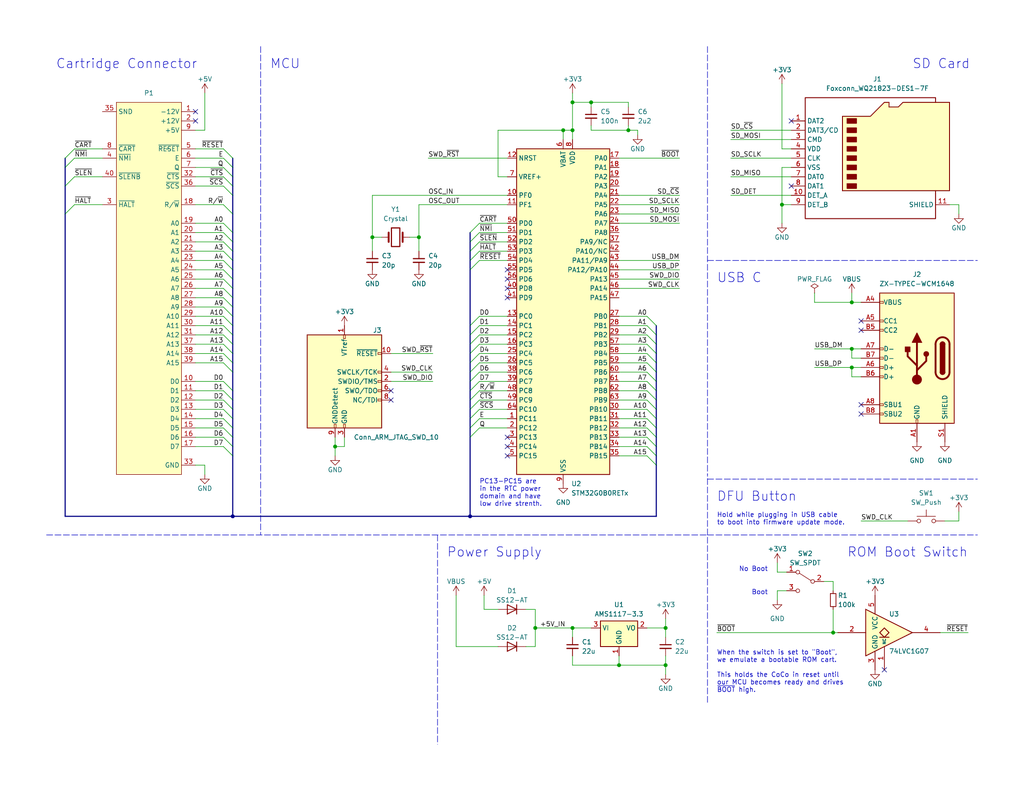
<source format=kicad_sch>
(kicad_sch (version 20230121) (generator eeschema)
  (paper "USLetter")
  (title_block (title "TRS-80 CoCo2 Cart Emulator") (date "2023-11-24") (rev "v0.1") (company "© 2023 Sam Hanes, licensed under CERN-OHL-W v2") (comment 1 "https://github.com/Elemecca/coco-wedge"))
  (lib_symbols
    (symbol "0Local:CoCo_Cart" (in_bom no)
      (property "Reference" "P" (at 0 39.37 0))
      (symbol "CoCo_Cart_1_1"
        (pin power_out line (at 12.7 35.56 180) (length 3.81) (name "-12V") (number "1"))
        (pin tri_state line (at 12.7 -38.1 180) (length 3.81) (name "D0") (number "10"))
        (pin tri_state line (at 12.7 -40.64 180) (length 3.81) (name "D1") (number "11"))
        (pin tri_state line (at 12.7 -43.18 180) (length 3.81) (name "D2") (number "12"))
        (pin tri_state line (at 12.7 -45.72 180) (length 3.81) (name "D3") (number "13"))
        (pin tri_state line (at 12.7 -48.26 180) (length 3.81) (name "D4") (number "14"))
        (pin tri_state line (at 12.7 -50.8 180) (length 3.81) (name "D5") (number "15"))
        (pin tri_state line (at 12.7 -53.34 180) (length 3.81) (name "D6") (number "16"))
        (pin tri_state line (at 12.7 -55.88 180) (length 3.81) (name "D7") (number "17"))
        (pin tri_state line (at 12.7 10.16 180) (length 3.81) (name "R/~{W}") (number "18"))
        (pin tri_state line (at 12.7 5.08 180) (length 3.81) (name "A0") (number "19"))
        (pin power_out line (at 12.7 33.02 180) (length 3.81) (name "+12V") (number "2"))
        (pin tri_state line (at 12.7 2.54 180) (length 3.81) (name "A1") (number "20"))
        (pin tri_state line (at 12.7 0 180) (length 3.81) (name "A2") (number "21"))
        (pin tri_state line (at 12.7 -2.54 180) (length 3.81) (name "A3") (number "22"))
        (pin tri_state line (at 12.7 -5.08 180) (length 3.81) (name "A4") (number "23"))
        (pin tri_state line (at 12.7 -7.62 180) (length 3.81) (name "A5") (number "24"))
        (pin tri_state line (at 12.7 -10.16 180) (length 3.81) (name "A6") (number "25"))
        (pin tri_state line (at 12.7 -12.7 180) (length 3.81) (name "A7") (number "26"))
        (pin tri_state line (at 12.7 -15.24 180) (length 3.81) (name "A8") (number "27"))
        (pin tri_state line (at 12.7 -17.78 180) (length 3.81) (name "A9") (number "28"))
        (pin tri_state line (at 12.7 -20.32 180) (length 3.81) (name "A10") (number "29"))
        (pin input line (at -12.7 10.16 0) (length 3.81) (name "~{HALT}") (number "3"))
        (pin tri_state line (at 12.7 -22.86 180) (length 3.81) (name "A11") (number "30"))
        (pin tri_state line (at 12.7 -25.4 180) (length 3.81) (name "A12") (number "31"))
        (pin output line (at 12.7 17.78 180) (length 3.81) (name "~{CTS}") (number "32"))
        (pin power_out line (at 12.7 -60.96 180) (length 3.81) (name "GND") (number "33"))
        (pin passive line (at 12.7 -60.96 180) (length 3.81) hide (name "GND") (number "34"))
        (pin input line (at -12.7 35.56 0) (length 3.81) (name "SND") (number "35"))
        (pin output line (at 12.7 15.24 180) (length 3.81) (name "~{SCS}") (number "36"))
        (pin tri_state line (at 12.7 -27.94 180) (length 3.81) (name "A13") (number "37"))
        (pin tri_state line (at 12.7 -30.48 180) (length 3.81) (name "A14") (number "38"))
        (pin tri_state line (at 12.7 -33.02 180) (length 3.81) (name "A15") (number "39"))
        (pin input line (at -12.7 22.86 0) (length 3.81) (name "~{NMI}") (number "4"))
        (pin input line (at -12.7 17.78 0) (length 3.81) (name "~{SLENB}") (number "40"))
        (pin bidirectional line (at 12.7 25.4 180) (length 3.81) (name "~{RESET}") (number "5"))
        (pin output line (at 12.7 22.86 180) (length 3.81) (name "E") (number "6"))
        (pin output line (at 12.7 20.32 180) (length 3.81) (name "Q") (number "7"))
        (pin input line (at -12.7 25.4 0) (length 3.81) (name "~{CART}") (number "8"))
        (pin power_out line (at 12.7 30.48 180) (length 3.81) (name "+5V") (number "9"))
      )
    )
    (symbol "74xGxx:74LVC1G07"
      (property "Reference" "U" (at 0 7.62 0))
      (property "Value" "74LVC1G07" (at 3.81 -7.62 0))
      (symbol "74LVC1G07_1_1"
        (pin free line (at -2.54 -10.16 90) (length 6.35) (name "NC") (number "1"))
        (pin input line (at -15.24 0 0) (length 7.62) (name "~") (number "2"))
        (pin power_in line (at -5.08 -10.16 90) (length 5.08) (name "GND") (number "3"))
        (pin open_collector line (at 12.7 0 180) (length 7.62) (name "~") (number "4"))
        (pin power_in line (at -5.08 10.16 270) (length 5.08) (name "VCC") (number "5"))
      )
    )
    (symbol "Connector:Conn_ARM_JTAG_SWD_10" (pin_names (offset 1.016))
      (property "Reference" "J" (at -2.54 16.51 0))
      (property "Value" "Conn_ARM_JTAG_SWD_10" (at -2.54 13.97 0))
      (symbol "Conn_ARM_JTAG_SWD_10_1_1"
        (pin power_in line (at 0 15.24 270) (length 2.54) (name "VTref") (number "1"))
        (pin open_collector line (at 12.7 7.62 180) (length 2.54) (name "~{RESET}") (number "10"))
        (pin bidirectional line (at 12.7 0 180) (length 2.54) (name "SWDIO/TMS") (number "2"))
        (pin power_in line (at 0 -15.24 90) (length 2.54) (name "GND") (number "3"))
        (pin output line (at 12.7 2.54 180) (length 2.54) (name "SWCLK/TCK") (number "4"))
        (pin passive line (at 0 -15.24 90) (length 2.54) hide (name "GND") (number "5"))
        (pin input line (at 12.7 -2.54 180) (length 2.54) (name "SWO/TDO") (number "6"))
        (pin no_connect line (at -10.16 0 0) (length 2.54) hide (name "KEY") (number "7"))
        (pin output line (at 12.7 -5.08 180) (length 2.54) (name "NC/TDI") (number "8"))
        (pin passive line (at -2.54 -15.24 90) (length 2.54) (name "GNDDetect") (number "9"))
      )
    )
    (symbol "Connector:Micro_SD_Card_Det2"
      (property "Reference" "J" (at -16.51 17.78 0))
      (property "Value" "Micro_SD_Card_Det2" (at 16.51 17.78 0))
      (symbol "Micro_SD_Card_Det2_1_1"
        (pin bidirectional line (at -22.86 10.16 0) (length 3.81) (name "DAT2") (number "1"))
        (pin passive line (at -22.86 -10.16 0) (length 3.81) (name "DET_A") (number "10"))
        (pin passive line (at 20.32 -12.7 180) (length 3.81) (name "SHIELD") (number "11"))
        (pin bidirectional line (at -22.86 7.62 0) (length 3.81) (name "DAT3/CD") (number "2"))
        (pin input line (at -22.86 5.08 0) (length 3.81) (name "CMD") (number "3"))
        (pin power_in line (at -22.86 2.54 0) (length 3.81) (name "VDD") (number "4"))
        (pin input line (at -22.86 0 0) (length 3.81) (name "CLK") (number "5"))
        (pin power_in line (at -22.86 -2.54 0) (length 3.81) (name "VSS") (number "6"))
        (pin bidirectional line (at -22.86 -5.08 0) (length 3.81) (name "DAT0") (number "7"))
        (pin bidirectional line (at -22.86 -7.62 0) (length 3.81) (name "DAT1") (number "8"))
        (pin passive line (at -22.86 -12.7 0) (length 3.81) (name "DET_B") (number "9"))
      )
    )
    (symbol "Connector:USB_C_Receptacle_USB2.0" (pin_names (offset 1.016))
      (property "Reference" "J" (at -10.16 19.05 0))
      (property "Value" "USB_C_Receptacle_USB2.0" (at 19.05 19.05 0))
      (symbol "USB_C_Receptacle_USB2.0_1_1"
        (pin passive line (at 0 -22.86 90) (length 5.08) (name "GND") (number "A1"))
        (pin passive line (at 0 -22.86 90) (length 5.08) hide (name "GND") (number "A12"))
        (pin passive line (at 15.24 15.24 180) (length 5.08) (name "VBUS") (number "A4"))
        (pin bidirectional line (at 15.24 10.16 180) (length 5.08) (name "CC1") (number "A5"))
        (pin bidirectional line (at 15.24 -2.54 180) (length 5.08) (name "D+") (number "A6"))
        (pin bidirectional line (at 15.24 2.54 180) (length 5.08) (name "D-") (number "A7"))
        (pin bidirectional line (at 15.24 -12.7 180) (length 5.08) (name "SBU1") (number "A8"))
        (pin passive line (at 15.24 15.24 180) (length 5.08) hide (name "VBUS") (number "A9"))
        (pin passive line (at 0 -22.86 90) (length 5.08) hide (name "GND") (number "B1"))
        (pin passive line (at 0 -22.86 90) (length 5.08) hide (name "GND") (number "B12"))
        (pin passive line (at 15.24 15.24 180) (length 5.08) hide (name "VBUS") (number "B4"))
        (pin bidirectional line (at 15.24 7.62 180) (length 5.08) (name "CC2") (number "B5"))
        (pin bidirectional line (at 15.24 -5.08 180) (length 5.08) (name "D+") (number "B6"))
        (pin bidirectional line (at 15.24 0 180) (length 5.08) (name "D-") (number "B7"))
        (pin bidirectional line (at 15.24 -15.24 180) (length 5.08) (name "SBU2") (number "B8"))
        (pin passive line (at 15.24 15.24 180) (length 5.08) hide (name "VBUS") (number "B9"))
        (pin passive line (at -7.62 -22.86 90) (length 5.08) (name "SHIELD") (number "S1"))
      )
    )
    (symbol "Device:C_Small" (pin_numbers hide) (pin_names (offset 0.254) hide)
      (property "Reference" "C" (at 0.254 1.778 0))
      (property "Value" "C_Small" (at 0.254 -2.032 0))
      (symbol "C_Small_1_1"
        (pin passive line (at 0 2.54 270) (length 2.032) (name "~") (number "1"))
        (pin passive line (at 0 -2.54 90) (length 2.032) (name "~") (number "2"))
      )
    )
    (symbol "Device:Crystal" (pin_numbers hide) (pin_names (offset 1.016) hide)
      (property "Reference" "Y" (at 0 3.81 0))
      (property "Value" "Crystal" (at 0 -3.81 0))
      (symbol "Crystal_1_1"
        (pin passive line (at -3.81 0 0) (length 1.27) (name "1") (number "1"))
        (pin passive line (at 3.81 0 180) (length 1.27) (name "2") (number "2"))
      )
    )
    (symbol "Device:D" (pin_numbers hide) (pin_names (offset 1.016) hide)
      (property "Reference" "D" (at 0 2.54 0))
      (property "Value" "D" (at 0 -2.54 0))
      (symbol "D_1_1"
        (pin passive line (at -3.81 0 0) (length 2.54) (name "K") (number "1"))
        (pin passive line (at 3.81 0 180) (length 2.54) (name "A") (number "2"))
      )
    )
    (symbol "Device:R_Small" (pin_numbers hide) (pin_names (offset 0.254) hide)
      (property "Reference" "R" (at 0.762 0.508 0))
      (property "Value" "R_Small" (at 0.762 -1.016 0))
      (symbol "R_Small_1_1"
        (pin passive line (at 0 2.54 270) (length 0.762) (name "~") (number "1"))
        (pin passive line (at 0 -2.54 90) (length 0.762) (name "~") (number "2"))
      )
    )
    (symbol "MCU_ST_STM32G0:STM32G0B0RETx"
      (property "Reference" "U" (at -12.7 46.99 0))
      (property "Value" "STM32G0B0RETx" (at 5.08 46.99 0))
      (symbol "STM32G0B0RETx_1_1"
        (pin bidirectional line (at -15.24 -27.94 0) (length 2.54) (name "PC11") (number "1"))
        (pin bidirectional line (at -15.24 33.02 0) (length 2.54) (name "PF0") (number "10"))
        (pin bidirectional line (at -15.24 30.48 0) (length 2.54) (name "PF1") (number "11"))
        (pin input line (at -15.24 43.18 0) (length 2.54) (name "NRST") (number "12"))
        (pin bidirectional line (at -15.24 0 0) (length 2.54) (name "PC0") (number "13"))
        (pin bidirectional line (at -15.24 -2.54 0) (length 2.54) (name "PC1") (number "14"))
        (pin bidirectional line (at -15.24 -5.08 0) (length 2.54) (name "PC2") (number "15"))
        (pin bidirectional line (at -15.24 -7.62 0) (length 2.54) (name "PC3") (number "16"))
        (pin bidirectional line (at 15.24 43.18 180) (length 2.54) (name "PA0") (number "17"))
        (pin bidirectional line (at 15.24 40.64 180) (length 2.54) (name "PA1") (number "18"))
        (pin bidirectional line (at 15.24 38.1 180) (length 2.54) (name "PA2") (number "19"))
        (pin bidirectional line (at -15.24 -30.48 0) (length 2.54) (name "PC12") (number "2"))
        (pin bidirectional line (at 15.24 35.56 180) (length 2.54) (name "PA3") (number "20"))
        (pin bidirectional line (at 15.24 33.02 180) (length 2.54) (name "PA4") (number "21"))
        (pin bidirectional line (at 15.24 30.48 180) (length 2.54) (name "PA5") (number "22"))
        (pin bidirectional line (at 15.24 27.94 180) (length 2.54) (name "PA6") (number "23"))
        (pin bidirectional line (at 15.24 25.4 180) (length 2.54) (name "PA7") (number "24"))
        (pin bidirectional line (at -15.24 -10.16 0) (length 2.54) (name "PC4") (number "25"))
        (pin bidirectional line (at -15.24 -12.7 0) (length 2.54) (name "PC5") (number "26"))
        (pin bidirectional line (at 15.24 0 180) (length 2.54) (name "PB0") (number "27"))
        (pin bidirectional line (at 15.24 -2.54 180) (length 2.54) (name "PB1") (number "28"))
        (pin bidirectional line (at 15.24 -5.08 180) (length 2.54) (name "PB2") (number "29"))
        (pin bidirectional line (at -15.24 -33.02 0) (length 2.54) (name "PC13") (number "3"))
        (pin bidirectional line (at 15.24 -25.4 180) (length 2.54) (name "PB10") (number "30"))
        (pin bidirectional line (at 15.24 -27.94 180) (length 2.54) (name "PB11") (number "31"))
        (pin bidirectional line (at 15.24 -30.48 180) (length 2.54) (name "PB12") (number "32"))
        (pin bidirectional line (at 15.24 -33.02 180) (length 2.54) (name "PB13") (number "33"))
        (pin bidirectional line (at 15.24 -35.56 180) (length 2.54) (name "PB14") (number "34"))
        (pin bidirectional line (at 15.24 -38.1 180) (length 2.54) (name "PB15") (number "35"))
        (pin bidirectional line (at 15.24 22.86 180) (length 2.54) (name "PA8") (number "36"))
        (pin bidirectional line (at 15.24 20.32 180) (length 2.54) (name "PA9/NC") (number "37"))
        (pin bidirectional line (at -15.24 -15.24 0) (length 2.54) (name "PC6") (number "38"))
        (pin bidirectional line (at -15.24 -17.78 0) (length 2.54) (name "PC7") (number "39"))
        (pin bidirectional line (at -15.24 -35.56 0) (length 2.54) (name "PC14") (number "4"))
        (pin bidirectional line (at -15.24 7.62 0) (length 2.54) (name "PD8") (number "40"))
        (pin bidirectional line (at -15.24 5.08 0) (length 2.54) (name "PD9") (number "41"))
        (pin bidirectional line (at 15.24 17.78 180) (length 2.54) (name "PA10/NC") (number "42"))
        (pin bidirectional line (at 15.24 15.24 180) (length 2.54) (name "PA11/PA9") (number "43"))
        (pin bidirectional line (at 15.24 12.7 180) (length 2.54) (name "PA12/PA10") (number "44"))
        (pin bidirectional line (at 15.24 10.16 180) (length 2.54) (name "PA13") (number "45"))
        (pin bidirectional line (at 15.24 7.62 180) (length 2.54) (name "PA14") (number "46"))
        (pin bidirectional line (at 15.24 5.08 180) (length 2.54) (name "PA15") (number "47"))
        (pin bidirectional line (at -15.24 -20.32 0) (length 2.54) (name "PC8") (number "48"))
        (pin bidirectional line (at -15.24 -22.86 0) (length 2.54) (name "PC9") (number "49"))
        (pin bidirectional line (at -15.24 -38.1 0) (length 2.54) (name "PC15") (number "5"))
        (pin bidirectional line (at -15.24 25.4 0) (length 2.54) (name "PD0") (number "50"))
        (pin bidirectional line (at -15.24 22.86 0) (length 2.54) (name "PD1") (number "51"))
        (pin bidirectional line (at -15.24 20.32 0) (length 2.54) (name "PD2") (number "52"))
        (pin bidirectional line (at -15.24 17.78 0) (length 2.54) (name "PD3") (number "53"))
        (pin bidirectional line (at -15.24 15.24 0) (length 2.54) (name "PD4") (number "54"))
        (pin bidirectional line (at -15.24 12.7 0) (length 2.54) (name "PD5") (number "55"))
        (pin bidirectional line (at -15.24 10.16 0) (length 2.54) (name "PD6") (number "56"))
        (pin bidirectional line (at 15.24 -7.62 180) (length 2.54) (name "PB3") (number "57"))
        (pin bidirectional line (at 15.24 -10.16 180) (length 2.54) (name "PB4") (number "58"))
        (pin bidirectional line (at 15.24 -12.7 180) (length 2.54) (name "PB5") (number "59"))
        (pin power_in line (at 0 48.26 270) (length 2.54) (name "VBAT") (number "6"))
        (pin bidirectional line (at 15.24 -15.24 180) (length 2.54) (name "PB6") (number "60"))
        (pin bidirectional line (at 15.24 -17.78 180) (length 2.54) (name "PB7") (number "61"))
        (pin bidirectional line (at 15.24 -20.32 180) (length 2.54) (name "PB8") (number "62"))
        (pin bidirectional line (at 15.24 -22.86 180) (length 2.54) (name "PB9") (number "63"))
        (pin bidirectional line (at -15.24 -25.4 0) (length 2.54) (name "PC10") (number "64"))
        (pin input line (at -15.24 38.1 0) (length 2.54) (name "VREF+") (number "7"))
        (pin power_in line (at 2.54 48.26 270) (length 2.54) (name "VDD") (number "8"))
        (pin power_in line (at 0 -45.72 90) (length 2.54) (name "VSS") (number "9"))
      )
    )
    (symbol "Regulator_Linear:AMS1117-3.3"
      (property "Reference" "U" (at -3.81 3.175 0))
      (property "Value" "AMS1117-3.3" (at 0 3.175 0))
      (symbol "AMS1117-3.3_1_1"
        (pin power_in line (at 0 -7.62 90) (length 2.54) (name "GND") (number "1"))
        (pin power_out line (at 7.62 0 180) (length 2.54) (name "VO") (number "2"))
        (pin power_in line (at -7.62 0 0) (length 2.54) (name "VI") (number "3"))
      )
    )
    (symbol "Switch:SW_Push" (pin_numbers hide) (pin_names (offset 1.016) hide)
      (property "Reference" "SW" (at 1.27 2.54 0))
      (property "Value" "SW_Push" (at 0 -1.524 0))
      (symbol "SW_Push_0_1"
        (pin passive line (at -5.08 0 0) (length 2.54) (name "1") (number "1"))
        (pin passive line (at 5.08 0 180) (length 2.54) (name "2") (number "2"))
      )
    )
    (symbol "Switch:SW_SPDT" (pin_names (offset 0) hide)
      (property "Reference" "SW" (at 0 4.318 0))
      (property "Value" "SW_SPDT" (at 0 -5.08 0))
      (symbol "SW_SPDT_1_1"
        (pin passive line (at 5.08 2.54 180) (length 2.54) (name "A") (number "1"))
        (pin passive line (at -5.08 0 0) (length 2.54) (name "B") (number "2"))
        (pin passive line (at 5.08 -2.54 180) (length 2.54) (name "C") (number "3"))
      )
    )
    (symbol "power:+3V3" (power) (pin_names (offset 0))
      (property "Value" "+3V3" (at 0 3.556 0))
      (symbol "+3V3_1_1"
        (pin power_in line (at 0 0 90) (length 0) hide (name "+3V3") (number "1"))
      )
    )
    (symbol "power:+5V" (power) (pin_names (offset 0))
      (property "Value" "+5V" (at 0 3.556 0))
      (symbol "+5V_1_1"
        (pin power_in line (at 0 0 90) (length 0) hide (name "+5V") (number "1"))
      )
    )
    (symbol "power:GND" (power) (pin_names (offset 0))
      (property "Value" "GND" (at 0 -3.81 0))
      (symbol "GND_1_1"
        (pin power_in line (at 0 0 270) (length 0) hide (name "GND") (number "1"))
      )
    )
    (symbol "power:PWR_FLAG" (power) (pin_numbers hide) (pin_names (offset 0) hide)
      (property "Value" "PWR_FLAG" (at 0 3.81 0))
      (symbol "PWR_FLAG_0_0"
        (pin power_out line (at 0 0 90) (length 0) (name "pwr") (number "1"))
      )
    )
    (symbol "power:VBUS" (power) (pin_names (offset 0))
      (property "Value" "VBUS" (at 0 3.81 0))
      (symbol "VBUS_1_1"
        (pin power_in line (at 0 0 90) (length 0) hide (name "VBUS") (number "1"))
      )
    )
  )
  (junction (at 232.41 82.55))
  (junction (at 171.45 35.56))
  (junction (at 114.3 64.77))
  (junction (at 168.91 181.61))
  (junction (at 181.61 171.45))
  (junction (at 91.44 121.92))
  (junction (at 156.21 35.56))
  (junction (at 181.61 181.61))
  (junction (at 101.6 64.77))
  (junction (at 128.27 140.97))
  (junction (at 232.41 95.25))
  (junction (at 156.21 171.45))
  (junction (at 156.21 27.94))
  (junction (at 153.67 35.56))
  (junction (at 232.41 100.33))
  (junction (at 213.36 55.88))
  (junction (at 63.5 140.97))
  (junction (at 227.33 172.72))
  (junction (at 161.29 27.94))
  (junction (at 146.05 171.45))
  (no_connect (at 138.43 73.66))
  (no_connect (at 215.9 50.8))
  (no_connect (at 215.9 33.02))
  (no_connect (at 234.95 110.49))
  (no_connect (at 53.34 33.02))
  (no_connect (at 138.43 124.46))
  (no_connect (at 234.95 90.17))
  (no_connect (at 234.95 113.03))
  (no_connect (at 53.34 30.48))
  (no_connect (at 234.95 87.63))
  (no_connect (at 138.43 78.74))
  (no_connect (at 138.43 76.2))
  (no_connect (at 138.43 121.92))
  (no_connect (at 138.43 81.28))
  (no_connect (at 106.68 109.22))
  (no_connect (at 106.68 106.68))
  (no_connect (at 138.43 119.38))
  (no_connect (at 241.3 182.88))
  (bus_entry (at 60.96 116.84) (size 2.54 2.54))
  (bus_entry (at 128.27 71.12) (size 2.54 -2.54))
  (bus_entry (at 128.27 99.06) (size 2.54 -2.54))
  (bus_entry (at 176.53 106.68) (size 2.54 2.54))
  (bus_entry (at 176.53 101.6) (size 2.54 2.54))
  (bus_entry (at 128.27 104.14) (size 2.54 -2.54))
  (bus_entry (at 176.53 111.76) (size 2.54 2.54))
  (bus_entry (at 60.96 68.58) (size 2.54 2.54))
  (bus_entry (at 17.78 50.8) (size 2.54 -2.54))
  (bus_entry (at 128.27 93.98) (size 2.54 -2.54))
  (bus_entry (at 128.27 119.38) (size 2.54 -2.54))
  (bus_entry (at 128.27 91.44) (size 2.54 -2.54))
  (bus_entry (at 176.53 116.84) (size 2.54 2.54))
  (bus_entry (at 60.96 106.68) (size 2.54 2.54))
  (bus_entry (at 60.96 96.52) (size 2.54 2.54))
  (bus_entry (at 60.96 55.88) (size 2.54 2.54))
  (bus_entry (at 128.27 116.84) (size 2.54 -2.54))
  (bus_entry (at 17.78 58.42) (size 2.54 -2.54))
  (bus_entry (at 128.27 111.76) (size 2.54 -2.54))
  (bus_entry (at 60.96 114.3) (size 2.54 2.54))
  (bus_entry (at 176.53 96.52) (size 2.54 2.54))
  (bus_entry (at 60.96 104.14) (size 2.54 2.54))
  (bus_entry (at 128.27 101.6) (size 2.54 -2.54))
  (bus_entry (at 60.96 109.22) (size 2.54 2.54))
  (bus_entry (at 176.53 119.38) (size 2.54 2.54))
  (bus_entry (at 128.27 109.22) (size 2.54 -2.54))
  (bus_entry (at 60.96 45.72) (size 2.54 2.54))
  (bus_entry (at 17.78 45.72) (size 2.54 -2.54))
  (bus_entry (at 128.27 114.3) (size 2.54 -2.54))
  (bus_entry (at 128.27 88.9) (size 2.54 -2.54))
  (bus_entry (at 60.96 91.44) (size 2.54 2.54))
  (bus_entry (at 176.53 104.14) (size 2.54 2.54))
  (bus_entry (at 60.96 60.96) (size 2.54 2.54))
  (bus_entry (at 60.96 99.06) (size 2.54 2.54))
  (bus_entry (at 60.96 78.74) (size 2.54 2.54))
  (bus_entry (at 17.78 43.18) (size 2.54 -2.54))
  (bus_entry (at 60.96 48.26) (size 2.54 2.54))
  (bus_entry (at 60.96 66.04) (size 2.54 2.54))
  (bus_entry (at 60.96 63.5) (size 2.54 2.54))
  (bus_entry (at 60.96 88.9) (size 2.54 2.54))
  (bus_entry (at 60.96 93.98) (size 2.54 2.54))
  (bus_entry (at 60.96 83.82) (size 2.54 2.54))
  (bus_entry (at 176.53 121.92) (size 2.54 2.54))
  (bus_entry (at 60.96 50.8) (size 2.54 2.54))
  (bus_entry (at 128.27 73.66) (size 2.54 -2.54))
  (bus_entry (at 60.96 40.64) (size 2.54 2.54))
  (bus_entry (at 128.27 96.52) (size 2.54 -2.54))
  (bus_entry (at 60.96 43.18) (size 2.54 2.54))
  (bus_entry (at 176.53 86.36) (size 2.54 2.54))
  (bus_entry (at 60.96 73.66) (size 2.54 2.54))
  (bus_entry (at 60.96 71.12) (size 2.54 2.54))
  (bus_entry (at 128.27 63.5) (size 2.54 -2.54))
  (bus_entry (at 176.53 88.9) (size 2.54 2.54))
  (bus_entry (at 60.96 86.36) (size 2.54 2.54))
  (bus_entry (at 176.53 124.46) (size 2.54 2.54))
  (bus_entry (at 176.53 93.98) (size 2.54 2.54))
  (bus_entry (at 128.27 66.04) (size 2.54 -2.54))
  (bus_entry (at 176.53 109.22) (size 2.54 2.54))
  (bus_entry (at 60.96 111.76) (size 2.54 2.54))
  (bus_entry (at 128.27 68.58) (size 2.54 -2.54))
  (bus_entry (at 60.96 81.28) (size 2.54 2.54))
  (bus_entry (at 128.27 106.68) (size 2.54 -2.54))
  (bus_entry (at 60.96 121.92) (size 2.54 2.54))
  (bus_entry (at 176.53 114.3) (size 2.54 2.54))
  (bus_entry (at 176.53 91.44) (size 2.54 2.54))
  (bus_entry (at 60.96 119.38) (size 2.54 2.54))
  (bus_entry (at 176.53 99.06) (size 2.54 2.54))
  (bus_entry (at 60.96 76.2) (size 2.54 2.54))
  (wire (pts (xy 156.21 179.07) (xy 156.21 181.61)))
  (wire (pts (xy 171.45 34.29) (xy 171.45 35.56)))
  (bus (pts (xy 179.07 104.14) (xy 179.07 106.68)))
  (wire (pts (xy 199.39 48.26) (xy 215.9 48.26)))
  (wire (pts (xy 53.34 104.14) (xy 60.96 104.14)))
  (wire (pts (xy 199.39 35.56) (xy 215.9 35.56)))
  (wire (pts (xy 101.6 64.77) (xy 104.14 64.77)))
  (wire (pts (xy 146.05 171.45) (xy 146.05 176.53)))
  (wire (pts (xy 215.9 45.72) (xy 213.36 45.72)))
  (wire (pts (xy 168.91 58.42) (xy 185.42 58.42)))
  (wire (pts (xy 232.41 95.25) (xy 234.95 95.25)))
  (bus (pts (xy 179.07 91.44) (xy 179.07 93.98)))
  (wire (pts (xy 130.81 91.44) (xy 138.43 91.44)))
  (wire (pts (xy 227.33 158.75) (xy 224.79 158.75)))
  (wire (pts (xy 234.95 97.79) (xy 232.41 97.79)))
  (wire (pts (xy 53.34 91.44) (xy 60.96 91.44)))
  (wire (pts (xy 171.45 35.56) (xy 173.99 35.56)))
  (wire (pts (xy 138.43 55.88) (xy 114.3 55.88)))
  (bus (pts (xy 17.78 50.8) (xy 17.78 58.42)))
  (wire (pts (xy 168.91 78.74) (xy 185.42 78.74)))
  (wire (pts (xy 146.05 171.45) (xy 156.21 171.45)))
  (bus (pts (xy 128.27 119.38) (xy 128.27 140.97)))
  (bus (pts (xy 128.27 99.06) (xy 128.27 101.6)))
  (wire (pts (xy 130.81 68.58) (xy 138.43 68.58)))
  (wire (pts (xy 53.34 40.64) (xy 60.96 40.64)))
  (wire (pts (xy 161.29 34.29) (xy 161.29 35.56)))
  (bus (pts (xy 179.07 93.98) (xy 179.07 96.52)))
  (wire (pts (xy 114.3 64.77) (xy 111.76 64.77)))
  (wire (pts (xy 101.6 53.34) (xy 101.6 64.77)))
  (bus (pts (xy 63.5 45.72) (xy 63.5 48.26)))
  (wire (pts (xy 53.34 48.26) (xy 60.96 48.26)))
  (wire (pts (xy 156.21 171.45) (xy 156.21 173.99)))
  (bus (pts (xy 63.5 88.9) (xy 63.5 91.44)))
  (wire (pts (xy 256.54 172.72) (xy 264.16 172.72)))
  (wire (pts (xy 168.91 86.36) (xy 176.53 86.36)))
  (wire (pts (xy 130.81 93.98) (xy 138.43 93.98)))
  (wire (pts (xy 234.95 82.55) (xy 232.41 82.55)))
  (wire (pts (xy 161.29 27.94) (xy 156.21 27.94)))
  (wire (pts (xy 199.39 53.34) (xy 215.9 53.34)))
  (wire (pts (xy 116.84 43.18) (xy 138.43 43.18)))
  (wire (pts (xy 195.58 172.72) (xy 227.33 172.72)))
  (bus (pts (xy 128.27 101.6) (xy 128.27 104.14)))
  (wire (pts (xy 132.08 162.56) (xy 132.08 166.37)))
  (wire (pts (xy 106.68 96.52) (xy 118.11 96.52)))
  (wire (pts (xy 222.25 100.33) (xy 232.41 100.33)))
  (wire (pts (xy 91.44 119.38) (xy 91.44 121.92)))
  (wire (pts (xy 168.91 109.22) (xy 176.53 109.22)))
  (bus (pts (xy 179.07 106.68) (xy 179.07 109.22)))
  (bus (pts (xy 179.07 114.3) (xy 179.07 116.84)))
  (wire (pts (xy 214.63 161.29) (xy 212.09 161.29)))
  (wire (pts (xy 168.91 181.61) (xy 181.61 181.61)))
  (bus (pts (xy 179.07 124.46) (xy 179.07 127)))
  (wire (pts (xy 168.91 121.92) (xy 176.53 121.92)))
  (bus (pts (xy 128.27 91.44) (xy 128.27 93.98)))
  (wire (pts (xy 156.21 181.61) (xy 168.91 181.61)))
  (wire (pts (xy 261.62 55.88) (xy 261.62 58.42)))
  (bus (pts (xy 179.07 109.22) (xy 179.07 111.76)))
  (wire (pts (xy 20.32 43.18) (xy 27.94 43.18)))
  (bus (pts (xy 128.27 71.12) (xy 128.27 73.66)))
  (bus (pts (xy 63.5 86.36) (xy 63.5 88.9)))
  (bus (pts (xy 179.07 88.9) (xy 179.07 91.44)))
  (wire (pts (xy 138.43 53.34) (xy 101.6 53.34)))
  (wire (pts (xy 168.91 111.76) (xy 176.53 111.76)))
  (wire (pts (xy 222.25 95.25) (xy 232.41 95.25)))
  (wire (pts (xy 168.91 93.98) (xy 176.53 93.98)))
  (bus (pts (xy 128.27 88.9) (xy 128.27 91.44)))
  (wire (pts (xy 156.21 25.4) (xy 156.21 27.94)))
  (wire (pts (xy 168.91 104.14) (xy 176.53 104.14)))
  (wire (pts (xy 130.81 106.68) (xy 138.43 106.68)))
  (wire (pts (xy 53.34 109.22) (xy 60.96 109.22)))
  (bus (pts (xy 17.78 58.42) (xy 17.78 140.97)))
  (polyline (pts (xy 12.7 146.05) (xy 193.04 146.05)) (stroke (width 0) (type dash)))
  (wire (pts (xy 168.91 179.07) (xy 168.91 181.61)))
  (wire (pts (xy 181.61 181.61) (xy 181.61 179.07)))
  (wire (pts (xy 53.34 76.2) (xy 60.96 76.2)))
  (wire (pts (xy 181.61 181.61) (xy 181.61 184.15)))
  (wire (pts (xy 130.81 104.14) (xy 138.43 104.14)))
  (wire (pts (xy 176.53 171.45) (xy 181.61 171.45)))
  (wire (pts (xy 101.6 68.58) (xy 101.6 64.77)))
  (wire (pts (xy 232.41 100.33) (xy 234.95 100.33)))
  (bus (pts (xy 63.5 91.44) (xy 63.5 93.98)))
  (wire (pts (xy 232.41 82.55) (xy 232.41 80.01)))
  (bus (pts (xy 63.5 121.92) (xy 63.5 124.46)))
  (wire (pts (xy 199.39 43.18) (xy 215.9 43.18)))
  (wire (pts (xy 199.39 38.1) (xy 215.9 38.1)))
  (bus (pts (xy 63.5 96.52) (xy 63.5 99.06)))
  (bus (pts (xy 63.5 99.06) (xy 63.5 101.6)))
  (wire (pts (xy 53.34 35.56) (xy 55.88 35.56)))
  (bus (pts (xy 63.5 68.58) (xy 63.5 71.12)))
  (wire (pts (xy 213.36 55.88) (xy 215.9 55.88)))
  (wire (pts (xy 53.34 78.74) (xy 60.96 78.74)))
  (bus (pts (xy 63.5 140.97) (xy 128.27 140.97)))
  (polyline (pts (xy 119.38 146.05) (xy 119.38 203.2)) (stroke (width 0) (type dash)))
  (wire (pts (xy 114.3 68.58) (xy 114.3 64.77)))
  (bus (pts (xy 179.07 96.52) (xy 179.07 99.06)))
  (bus (pts (xy 63.5 109.22) (xy 63.5 111.76)))
  (wire (pts (xy 257.81 142.24) (xy 261.62 142.24)))
  (wire (pts (xy 222.25 80.01) (xy 222.25 82.55)))
  (wire (pts (xy 168.91 119.38) (xy 176.53 119.38)))
  (wire (pts (xy 213.36 55.88) (xy 213.36 60.96)))
  (wire (pts (xy 213.36 22.86) (xy 213.36 40.64)))
  (wire (pts (xy 53.34 66.04) (xy 60.96 66.04)))
  (bus (pts (xy 63.5 93.98) (xy 63.5 96.52)))
  (bus (pts (xy 17.78 43.18) (xy 17.78 45.72)))
  (wire (pts (xy 130.81 96.52) (xy 138.43 96.52)))
  (wire (pts (xy 156.21 27.94) (xy 156.21 35.56)))
  (wire (pts (xy 53.34 99.06) (xy 60.96 99.06)))
  (wire (pts (xy 53.34 114.3) (xy 60.96 114.3)))
  (wire (pts (xy 213.36 45.72) (xy 213.36 55.88)))
  (wire (pts (xy 53.34 73.66) (xy 60.96 73.66)))
  (wire (pts (xy 168.91 55.88) (xy 185.42 55.88)))
  (wire (pts (xy 173.99 35.56) (xy 173.99 36.83)))
  (bus (pts (xy 63.5 71.12) (xy 63.5 73.66)))
  (bus (pts (xy 179.07 140.97) (xy 128.27 140.97)))
  (wire (pts (xy 146.05 176.53) (xy 143.51 176.53)))
  (wire (pts (xy 114.3 55.88) (xy 114.3 64.77)))
  (wire (pts (xy 130.81 86.36) (xy 138.43 86.36)))
  (wire (pts (xy 168.91 73.66) (xy 185.42 73.66)))
  (wire (pts (xy 153.67 35.56) (xy 156.21 35.56)))
  (wire (pts (xy 130.81 101.6) (xy 138.43 101.6)))
  (bus (pts (xy 179.07 101.6) (xy 179.07 104.14)))
  (wire (pts (xy 227.33 166.37) (xy 227.33 172.72)))
  (bus (pts (xy 63.5 114.3) (xy 63.5 116.84)))
  (bus (pts (xy 128.27 68.58) (xy 128.27 71.12)))
  (wire (pts (xy 146.05 166.37) (xy 146.05 171.45)))
  (wire (pts (xy 55.88 129.54) (xy 55.88 127)))
  (wire (pts (xy 93.98 121.92) (xy 91.44 121.92)))
  (bus (pts (xy 63.5 101.6) (xy 63.5 106.68)))
  (wire (pts (xy 130.81 63.5) (xy 138.43 63.5)))
  (wire (pts (xy 143.51 166.37) (xy 146.05 166.37)))
  (wire (pts (xy 168.91 96.52) (xy 176.53 96.52)))
  (wire (pts (xy 53.34 60.96) (xy 60.96 60.96)))
  (bus (pts (xy 63.5 119.38) (xy 63.5 121.92)))
  (wire (pts (xy 130.81 88.9) (xy 138.43 88.9)))
  (wire (pts (xy 156.21 35.56) (xy 156.21 38.1)))
  (polyline (pts (xy 193.04 71.12) (xy 266.7 71.12)) (stroke (width 0) (type dash)))
  (wire (pts (xy 168.91 60.96) (xy 185.42 60.96)))
  (wire (pts (xy 168.91 116.84) (xy 176.53 116.84)))
  (bus (pts (xy 63.5 81.28) (xy 63.5 83.82)))
  (wire (pts (xy 130.81 109.22) (xy 138.43 109.22)))
  (bus (pts (xy 63.5 63.5) (xy 63.5 66.04)))
  (wire (pts (xy 53.34 86.36) (xy 60.96 86.36)))
  (wire (pts (xy 168.91 88.9) (xy 176.53 88.9)))
  (wire (pts (xy 227.33 172.72) (xy 228.6 172.72)))
  (polyline (pts (xy 71.12 12.7) (xy 71.12 146.05)) (stroke (width 0) (type dash)))
  (bus (pts (xy 128.27 104.14) (xy 128.27 106.68)))
  (wire (pts (xy 261.62 139.7) (xy 261.62 142.24)))
  (bus (pts (xy 63.5 78.74) (xy 63.5 81.28)))
  (wire (pts (xy 53.34 93.98) (xy 60.96 93.98)))
  (wire (pts (xy 232.41 95.25) (xy 232.41 97.79)))
  (bus (pts (xy 128.27 111.76) (xy 128.27 114.3)))
  (wire (pts (xy 168.91 71.12) (xy 185.42 71.12)))
  (polyline (pts (xy 193.04 12.7) (xy 193.04 129.54)) (stroke (width 0) (type dash)))
  (wire (pts (xy 124.46 162.56) (xy 124.46 176.53)))
  (wire (pts (xy 53.34 45.72) (xy 60.96 45.72)))
  (wire (pts (xy 53.34 116.84) (xy 60.96 116.84)))
  (wire (pts (xy 215.9 40.64) (xy 213.36 40.64)))
  (bus (pts (xy 179.07 116.84) (xy 179.07 119.38)))
  (bus (pts (xy 63.5 111.76) (xy 63.5 114.3)))
  (wire (pts (xy 168.91 43.18) (xy 185.42 43.18)))
  (wire (pts (xy 53.34 68.58) (xy 60.96 68.58)))
  (bus (pts (xy 63.5 66.04) (xy 63.5 68.58)))
  (wire (pts (xy 168.91 101.6) (xy 176.53 101.6)))
  (wire (pts (xy 212.09 161.29) (xy 212.09 163.83)))
  (bus (pts (xy 17.78 45.72) (xy 17.78 50.8)))
  (wire (pts (xy 130.81 116.84) (xy 138.43 116.84)))
  (wire (pts (xy 20.32 40.64) (xy 27.94 40.64)))
  (bus (pts (xy 63.5 50.8) (xy 63.5 53.34)))
  (bus (pts (xy 128.27 93.98) (xy 128.27 96.52)))
  (wire (pts (xy 53.34 81.28) (xy 60.96 81.28)))
  (wire (pts (xy 153.67 35.56) (xy 153.67 38.1)))
  (bus (pts (xy 179.07 99.06) (xy 179.07 101.6)))
  (wire (pts (xy 53.34 71.12) (xy 60.96 71.12)))
  (wire (pts (xy 53.34 63.5) (xy 60.96 63.5)))
  (wire (pts (xy 171.45 29.21) (xy 171.45 27.94)))
  (wire (pts (xy 20.32 48.26) (xy 27.94 48.26)))
  (wire (pts (xy 132.08 166.37) (xy 135.89 166.37)))
  (wire (pts (xy 135.89 48.26) (xy 135.89 35.56)))
  (wire (pts (xy 91.44 121.92) (xy 91.44 124.46)))
  (wire (pts (xy 53.34 111.76) (xy 60.96 111.76)))
  (wire (pts (xy 168.91 76.2) (xy 185.42 76.2)))
  (bus (pts (xy 128.27 66.04) (xy 128.27 68.58)))
  (wire (pts (xy 168.91 91.44) (xy 176.53 91.44)))
  (bus (pts (xy 63.5 76.2) (xy 63.5 78.74)))
  (wire (pts (xy 130.81 60.96) (xy 138.43 60.96)))
  (wire (pts (xy 55.88 127) (xy 53.34 127)))
  (wire (pts (xy 124.46 176.53) (xy 135.89 176.53)))
  (wire (pts (xy 130.81 71.12) (xy 138.43 71.12)))
  (bus (pts (xy 128.27 106.68) (xy 128.27 109.22)))
  (wire (pts (xy 55.88 25.4) (xy 55.88 35.56)))
  (wire (pts (xy 130.81 99.06) (xy 138.43 99.06)))
  (bus (pts (xy 128.27 73.66) (xy 128.27 88.9)))
  (polyline (pts (xy 193.04 130.81) (xy 266.7 130.81)) (stroke (width 0) (type dash)))
  (wire (pts (xy 53.34 121.92) (xy 60.96 121.92)))
  (wire (pts (xy 106.68 104.14) (xy 118.11 104.14)))
  (wire (pts (xy 222.25 82.55) (xy 232.41 82.55)))
  (bus (pts (xy 63.5 53.34) (xy 63.5 58.42)))
  (bus (pts (xy 128.27 96.52) (xy 128.27 99.06)))
  (bus (pts (xy 63.5 43.18) (xy 63.5 45.72)))
  (bus (pts (xy 63.5 73.66) (xy 63.5 76.2)))
  (wire (pts (xy 181.61 171.45) (xy 181.61 173.99)))
  (polyline (pts (xy 193.04 146.05) (xy 266.7 146.05)) (stroke (width 0) (type dash)))
  (wire (pts (xy 259.08 55.88) (xy 261.62 55.88)))
  (wire (pts (xy 53.34 50.8) (xy 60.96 50.8)))
  (wire (pts (xy 161.29 171.45) (xy 156.21 171.45)))
  (wire (pts (xy 106.68 101.6) (xy 118.11 101.6)))
  (polyline (pts (xy 193.04 191.77) (xy 193.04 129.54)) (stroke (width 0) (type dash)))
  (bus (pts (xy 128.27 116.84) (xy 128.27 119.38)))
  (wire (pts (xy 53.34 119.38) (xy 60.96 119.38)))
  (wire (pts (xy 93.98 119.38) (xy 93.98 121.92)))
  (wire (pts (xy 130.81 114.3) (xy 138.43 114.3)))
  (bus (pts (xy 63.5 48.26) (xy 63.5 50.8)))
  (bus (pts (xy 17.78 140.97) (xy 63.5 140.97)))
  (bus (pts (xy 179.07 127) (xy 179.07 140.97)))
  (wire (pts (xy 232.41 102.87) (xy 232.41 100.33)))
  (wire (pts (xy 234.95 142.24) (xy 247.65 142.24)))
  (bus (pts (xy 128.27 109.22) (xy 128.27 111.76)))
  (wire (pts (xy 130.81 111.76) (xy 138.43 111.76)))
  (bus (pts (xy 63.5 124.46) (xy 63.5 140.97)))
  (wire (pts (xy 161.29 35.56) (xy 171.45 35.56)))
  (bus (pts (xy 63.5 106.68) (xy 63.5 109.22)))
  (wire (pts (xy 130.81 66.04) (xy 138.43 66.04)))
  (wire (pts (xy 53.34 96.52) (xy 60.96 96.52)))
  (wire (pts (xy 212.09 153.67) (xy 212.09 156.21)))
  (bus (pts (xy 63.5 83.82) (xy 63.5 86.36)))
  (wire (pts (xy 227.33 161.29) (xy 227.33 158.75)))
  (wire (pts (xy 171.45 27.94) (xy 161.29 27.94)))
  (wire (pts (xy 53.34 88.9) (xy 60.96 88.9)))
  (wire (pts (xy 168.91 99.06) (xy 176.53 99.06)))
  (wire (pts (xy 53.34 106.68) (xy 60.96 106.68)))
  (wire (pts (xy 168.91 53.34) (xy 185.42 53.34)))
  (wire (pts (xy 53.34 83.82) (xy 60.96 83.82)))
  (wire (pts (xy 168.91 114.3) (xy 176.53 114.3)))
  (bus (pts (xy 179.07 121.92) (xy 179.07 124.46)))
  (wire (pts (xy 135.89 35.56) (xy 153.67 35.56)))
  (bus (pts (xy 128.27 63.5) (xy 128.27 66.04)))
  (wire (pts (xy 168.91 106.68) (xy 176.53 106.68)))
  (wire (pts (xy 53.34 43.18) (xy 60.96 43.18)))
  (wire (pts (xy 20.32 55.88) (xy 27.94 55.88)))
  (wire (pts (xy 214.63 156.21) (xy 212.09 156.21)))
  (bus (pts (xy 63.5 58.42) (xy 63.5 63.5)))
  (bus (pts (xy 63.5 116.84) (xy 63.5 119.38)))
  (wire (pts (xy 181.61 171.45) (xy 181.61 168.91)))
  (bus (pts (xy 128.27 114.3) (xy 128.27 116.84)))
  (bus (pts (xy 179.07 111.76) (xy 179.07 114.3)))
  (wire (pts (xy 234.95 102.87) (xy 232.41 102.87)))
  (wire (pts (xy 53.34 55.88) (xy 60.96 55.88)))
  (wire (pts (xy 138.43 48.26) (xy 135.89 48.26)))
  (wire (pts (xy 168.91 124.46) (xy 176.53 124.46)))
  (wire (pts (xy 161.29 29.21) (xy 161.29 27.94)))
  (bus (pts (xy 179.07 119.38) (xy 179.07 121.92)))
  (text "SD Card" (at 248.92 19.05 0) (effects (font (size 2.54 2.54)) (justify left bottom)))
  (text "Cartridge Connector" (at 15.24 19.05 0) (effects (font (size 2.54 2.54)) (justify left bottom)))
  (text "Hold while plugging in USB cable\nto boot into firmware update mode." (at 195.58 143.51 0) (effects (font (size 1.27 1.27)) (justify left bottom)))
  (text "MCU" (at 73.66 19.05 0) (effects (font (size 2.54 2.54)) (justify left bottom)))
  (text "PC13-PC15 are\nin the RTC power\ndomain and have\nlow drive strenth." (at 130.81 138.43 0) (effects (font (size 1.27 1.27)) (justify left bottom)))
  (text "No Boot" (at 209.55 156.21 0) (effects (font (size 1.27 1.27)) (justify right bottom)))
  (text "Power Supply" (at 121.92 152.4 0) (effects (font (size 2.54 2.54)) (justify left bottom)))
  (text "ROM Boot Switch" (at 231.14 152.4 0) (effects (font (size 2.54 2.54)) (justify left bottom)))
  (text "When the switch is set to \"Boot\",\nwe emulate a bootable ROM cart.\n\nThis holds the CoCo in reset until\nour MCU becomes ready and drives\n~{BOOT} high." (at 195.58 189.23 0) (effects (font (size 1.27 1.27)) (justify left bottom)))
  (text "Boot" (at 209.55 162.56 0) (effects (font (size 1.27 1.27)) (justify right bottom)))
  (text "DFU Button" (at 195.58 137.16 0) (effects (font (size 2.54 2.54)) (justify left bottom)))
  (text "USB C" (at 195.58 77.47 0) (effects (font (size 2.54 2.54)) (justify left bottom)))
  (label "D7" (at 60.96 121.92 180))
  (label "A0" (at 60.96 60.96 180))
  (label "SWD_CLK" (at 118.11 101.6 180))
  (label "A8" (at 60.96 81.28 180))
  (label "D1" (at 130.81 88.9 0))
  (label "D3" (at 60.96 111.76 180))
  (label "~{SLEN}" (at 130.81 66.04 0))
  (label "SWD_CLK" (at 185.42 78.74 180))
  (label "~{SCS}" (at 60.96 50.8 180))
  (label "A0" (at 176.53 86.36 180))
  (label "~{HALT}" (at 130.81 68.58 0))
  (label "~{RESET}" (at 60.96 40.64 180))
  (label "R{slash}~{W}" (at 60.96 55.88 180))
  (label "A9" (at 60.96 83.82 180))
  (label "USB_DP" (at 185.42 73.66 180))
  (label "SWD_DIO" (at 118.11 104.14 180))
  (label "SWD_~{RST}" (at 116.84 43.18 0))
  (label "A1" (at 176.53 88.9 180))
  (label "D4" (at 60.96 114.3 180))
  (label "D1" (at 60.96 106.68 180))
  (label "USB_DP" (at 222.25 100.33 0))
  (label "+5V_IN" (at 147.32 171.45 0))
  (label "~{CTS}" (at 130.81 109.22 0))
  (label "D0" (at 60.96 104.14 180))
  (label "A5" (at 60.96 73.66 180))
  (label "A12" (at 176.53 116.84 180))
  (label "SD_SCLK" (at 185.42 55.88 180))
  (label "D2" (at 130.81 91.44 0))
  (label "R{slash}~{W}" (at 130.81 106.68 0))
  (label "D4" (at 130.81 96.52 0))
  (label "A12" (at 60.96 91.44 180))
  (label "A14" (at 60.96 96.52 180))
  (label "D5" (at 60.96 116.84 180))
  (label "D5" (at 130.81 99.06 0))
  (label "D6" (at 60.96 119.38 180))
  (label "A11" (at 60.96 88.9 180))
  (label "SD_MOSI" (at 199.39 38.1 0))
  (label "A1" (at 60.96 63.5 180))
  (label "A14" (at 176.53 121.92 180))
  (label "SD_MISO" (at 199.39 48.26 0))
  (label "~{SLEN}" (at 20.32 48.26 0))
  (label "A8" (at 176.53 106.68 180))
  (label "E" (at 130.81 114.3 0))
  (label "A9" (at 176.53 109.22 180))
  (label "A5" (at 176.53 99.06 180))
  (label "D3" (at 130.81 93.98 0))
  (label "SD_~{CS}" (at 185.42 53.34 180))
  (label "A3" (at 176.53 93.98 180))
  (label "~{BOOT}" (at 195.58 172.72 0))
  (label "D2" (at 60.96 109.22 180))
  (label "OSC_OUT" (at 116.84 55.88 0))
  (label "SWD_~{RST}" (at 118.11 96.52 180))
  (label "D0" (at 130.81 86.36 0))
  (label "SD_MISO" (at 185.42 58.42 180))
  (label "A15" (at 176.53 124.46 180))
  (label "USB_DM" (at 185.42 71.12 180))
  (label "~{CART}" (at 130.81 60.96 0))
  (label "~{NMI}" (at 20.32 43.18 0))
  (label "SWD_DIO" (at 185.42 76.2 180))
  (label "A10" (at 176.53 111.76 180))
  (label "Q" (at 130.81 116.84 0))
  (label "D6" (at 130.81 101.6 0))
  (label "A13" (at 60.96 93.98 180))
  (label "SD_DET" (at 199.39 53.34 0))
  (label "USB_DM" (at 222.25 95.25 0))
  (label "OSC_IN" (at 116.84 53.34 0))
  (label "~{HALT}" (at 20.32 55.88 0))
  (label "A11" (at 176.53 114.3 180))
  (label "A2" (at 60.96 66.04 180))
  (label "D7" (at 130.81 104.14 0))
  (label "Q" (at 60.96 45.72 180))
  (label "A7" (at 176.53 104.14 180))
  (label "A6" (at 60.96 76.2 180))
  (label "E" (at 60.96 43.18 180))
  (label "A13" (at 176.53 119.38 180))
  (label "SD_~{CS}" (at 199.39 35.56 0))
  (label "SWD_CLK" (at 234.95 142.24 0))
  (label "~{CART}" (at 20.32 40.64 0))
  (label "~{RESET}" (at 130.81 71.12 0))
  (label "A4" (at 176.53 96.52 180))
  (label "A4" (at 60.96 71.12 180))
  (label "SD_SCLK" (at 199.39 43.18 0))
  (label "~{SCS}" (at 130.81 111.76 0))
  (label "A15" (at 60.96 99.06 180))
  (label "~{NMI}" (at 130.81 63.5 0))
  (label "~{CTS}" (at 60.96 48.26 180))
  (label "~{RESET}" (at 264.16 172.72 180))
  (label "A3" (at 60.96 68.58 180))
  (label "A6" (at 176.53 101.6 180))
  (label "A7" (at 60.96 78.74 180))
  (label "SD_MOSI" (at 185.42 60.96 180))
  (label "A2" (at 176.53 91.44 180))
  (label "A10" (at 60.96 86.36 180))
  (label "~{BOOT}" (at 185.42 43.18 180))
  (symbol (lib_id "power:+3V3") (at 213.36 22.86 0) (unit 1)
    (property "Reference" "#PWR010" (effects hide))
    (property "Value" "+3V3" (at 213.36 19.05 0))
  )
  (symbol (lib_id "power:+3V3") (at 181.61 168.91 0) (unit 1)
    (property "Reference" "#PWR04" (effects hide))
    (property "Value" "+3V3" (at 181.61 165.1 0))
  )
  (symbol (lib_id "Device:Crystal") (at 107.95 64.77 0) (unit 1)
    (property "Reference" "Y1" (at 107.95 57.15 0))
    (property "Value" "Crystal" (at 107.95 59.69 0))
  )
  (symbol (lib_id "Device:C_Small") (at 101.6 71.12 0) (unit 1)
    (property "Reference" "C3" (at 104.14 69.8563 0) (effects (justify left)))
    (property "Value" "20p" (at 104.14 72.3963 0) (effects (justify left)))
    (property "Footprint" "Capacitor_SMD:C_0603_1608Metric" (effects hide))
  )
  (symbol (lib_id "power:GND") (at 212.09 163.83 0) (mirror y) (unit 1)
    (property "Reference" "#PWR020" (effects hide))
    (property "Value" "GND" (at 212.09 168.91 0))
  )
  (symbol (lib_id "power:+5V") (at 132.08 162.56 0) (unit 1)
    (property "Reference" "#PWR03" (effects hide))
    (property "Value" "+5V" (at 132.08 158.75 0))
  )
  (symbol (lib_id "Regulator_Linear:AMS1117-3.3") (at 168.91 171.45 0) (unit 1)
    (property "Reference" "U1" (at 168.91 165.1 0))
    (property "Value" "AMS1117-3.3" (at 168.91 167.64 0))
    (property "Footprint" "Package_TO_SOT_SMD:SOT-223-3_TabPin2" (effects hide))
    (property "Datasheet" "http://www.advanced-monolithic.com/pdf/ds1117.pdf" (effects hide))
    (property "LCSC" "C6186" (effects hide))
  )
  (symbol (lib_id "74xGxx:74LVC1G07") (at 243.84 172.72 0) (unit 1)
    (property "Reference" "U3" (at 242.57 167.64 0) (effects (justify left)))
    (property "Value" "74LVC1G07" (at 242.57 177.8 0) (effects (justify left)))
    (property "Footprint" "Package_TO_SOT_SMD:SOT-353_SC-70-5" (effects hide))
    (property "Datasheet" "https://datasheet.lcsc.com/szlcsc/1811061210_Diodes-Incorporated-74LVC1G07SE-7_C67531.pdf" (effects hide))
    (property "LCSC" "C67531" (effects hide))
  )
  (symbol (lib_id "Device:D") (at 139.7 176.53 180) (unit 1)
    (property "Reference" "D2" (at 139.7 171.45 0))
    (property "Value" "SS12-AT" (at 139.7 173.99 0))
    (property "Footprint" "Diode_SMD:D_SMA" (effects hide))
    (property "Datasheet" "https://datasheet.lcsc.com/lcsc/2108132230_Agertech-SS12-AT_C2840970.pdf" (effects hide))
    (property "Sim.Device" "D" (effects hide))
    (property "Sim.Pins" "1=K 2=A" (effects hide))
    (property "LCSC" "C2840970" (effects hide))
  )
  (symbol (lib_id "power:+3V3") (at 238.76 162.56 0) (unit 1)
    (property "Reference" "#PWR016" (effects hide))
    (property "Value" "+3V3" (at 238.76 158.75 0))
  )
  (symbol (lib_id "power:+3V3") (at 156.21 25.4 0) (unit 1)
    (property "Reference" "#PWR06" (effects hide))
    (property "Value" "+3V3" (at 156.21 21.59 0))
  )
  (symbol (lib_id "Connector:Conn_ARM_JTAG_SWD_10") (at 93.98 104.14 0) (unit 1)
    (property "Reference" "J3" (at 104.14 90.17 0) (effects (justify right)))
    (property "Value" "Conn_ARM_JTAG_SWD_10" (at 96.52 119.38 0) (effects (justify left)))
    (property "Datasheet" "http://infocenter.arm.com/help/topic/com.arm.doc.ddi0314h/DDI0314H_coresight_components_trm.pdf" (effects hide))
  )
  (symbol (lib_id "power:+3V3") (at 93.98 88.9 0) (unit 1)
    (property "Reference" "#PWR018" (effects hide))
    (property "Value" "+3V3" (at 93.98 85.09 0))
  )
  (symbol (lib_id "power:VBUS") (at 124.46 162.56 0) (unit 1)
    (property "Reference" "#PWR024" (effects hide))
    (property "Value" "VBUS" (at 124.46 158.75 0))
  )
  (symbol (lib_id "Switch:SW_Push") (at 252.73 142.24 0) (unit 1)
    (property "Reference" "SW1" (at 252.73 134.62 0))
    (property "Value" "SW_Push" (at 252.73 137.16 0))
  )
  (symbol (lib_id "power:GND") (at 55.88 129.54 0) (unit 1)
    (property "Reference" "#PWR02" (effects hide))
    (property "Value" "GND" (at 55.88 133.35 0))
  )
  (symbol (lib_id "MCU_ST_STM32G0:STM32G0B0RETx") (at 153.67 86.36 0) (unit 1)
    (property "Reference" "U2" (at 155.8641 132.08 0) (effects (justify left)))
    (property "Value" "STM32G0B0RETx" (at 155.8641 134.62 0) (effects (justify left)))
    (property "Footprint" "Package_QFP:LQFP-64_10x10mm_P0.5mm" (effects hide))
    (property "Datasheet" "https://www.st.com/resource/en/datasheet/stm32g0b0re.pdf" (effects hide))
  )
  (symbol (lib_id "power:GND") (at 181.61 184.15 0) (unit 1)
    (property "Reference" "#PWR05" (effects hide))
    (property "Value" "GND" (at 181.61 187.96 0))
  )
  (symbol (lib_id "Device:C_Small") (at 156.21 176.53 0) (unit 1)
    (property "Reference" "C1" (at 158.75 175.2663 0) (effects (justify left)))
    (property "Value" "22u" (at 158.75 177.8063 0) (effects (justify left)))
    (property "Footprint" "Capacitor_SMD:C_1206_3216Metric" (effects hide))
  )
  (symbol (lib_id "Device:C_Small") (at 171.45 31.75 0) (unit 1)
    (property "Reference" "C6" (at 173.99 30.4863 0) (effects (justify left)))
    (property "Value" "2u2" (at 173.99 33.0263 0) (effects (justify left)))
    (property "Footprint" "Capacitor_SMD:C_0603_1608Metric" (effects hide))
  )
  (symbol (lib_id "power:GND") (at 261.62 58.42 0) (unit 1)
    (property "Reference" "#PWR08" (effects hide))
    (property "Value" "GND" (at 261.62 62.23 0))
  )
  (symbol (lib_id "Device:C_Small") (at 181.61 176.53 0) (unit 1)
    (property "Reference" "C2" (at 184.15 175.2663 0) (effects (justify left)))
    (property "Value" "22u" (at 184.15 177.8063 0) (effects (justify left)))
    (property "Footprint" "Capacitor_SMD:C_1206_3216Metric" (effects hide))
  )
  (symbol (lib_id "power:GND") (at 153.67 132.08 0) (unit 1)
    (property "Reference" "#PWR07" (effects hide))
    (property "Value" "GND" (at 153.67 137.16 0))
  )
  (symbol (lib_id "power:GND") (at 257.81 120.65 0) (unit 1)
    (property "Reference" "#PWR012" (effects hide))
    (property "Value" "GND" (at 257.81 125.73 0))
  )
  (symbol (lib_id "power:GND") (at 101.6 73.66 0) (unit 1)
    (property "Reference" "#PWR013" (effects hide))
    (property "Value" "GND" (at 101.6 77.47 0))
  )
  (symbol (lib_id "Device:D") (at 139.7 166.37 180) (unit 1)
    (property "Reference" "D1" (at 139.7 161.29 0))
    (property "Value" "SS12-AT" (at 139.7 163.83 0))
    (property "Footprint" "Diode_SMD:D_SMA" (effects hide))
    (property "Datasheet" "https://datasheet.lcsc.com/lcsc/2108132230_Agertech-SS12-AT_C2840970.pdf" (effects hide))
    (property "Sim.Device" "D" (effects hide))
    (property "Sim.Pins" "1=K 2=A" (effects hide))
    (property "LCSC" "C2840970" (effects hide))
  )
  (symbol (lib_id "power:GND") (at 173.99 36.83 0) (unit 1)
    (property "Reference" "#PWR022" (effects hide))
    (property "Value" "GND" (at 173.99 40.64 0))
  )
  (symbol (lib_id "Connector:Micro_SD_Card_Det2") (at 238.76 43.18 0) (unit 1)
    (property "Reference" "J1" (at 239.395 21.59 0))
    (property "Value" "Foxconn_WQ21823-DES1-7F" (at 239.395 24.13 0))
    (property "Footprint" "0Project:Foxconn_WQ21823-DES1-7F" (effects hide))
    (property "Datasheet" "https://datasheet.lcsc.com/lcsc/1912111437_FOXCONN-WQ21823-DES1-7F_C426216.pdf" (effects hide))
    (property "LCSC" "C426216" (effects hide))
  )
  (symbol (lib_id "power:GND") (at 114.3 73.66 0) (unit 1)
    (property "Reference" "#PWR014" (effects hide))
    (property "Value" "GND" (at 114.3 77.47 0))
  )
  (symbol (lib_id "power:GND") (at 250.19 120.65 0) (unit 1)
    (property "Reference" "#PWR011" (effects hide))
    (property "Value" "GND" (at 250.19 125.73 0))
  )
  (symbol (lib_id "Device:C_Small") (at 161.29 31.75 0) (unit 1)
    (property "Reference" "C5" (at 163.83 30.4863 0) (effects (justify left)))
    (property "Value" "100n" (at 163.83 33.0263 0) (effects (justify left)))
    (property "Footprint" "Capacitor_SMD:C_0603_1608Metric" (effects hide))
  )
  (symbol (lib_id "power:GND") (at 213.36 60.96 0) (unit 1)
    (property "Reference" "#PWR09" (effects hide))
    (property "Value" "GND" (at 213.36 64.77 0))
  )
  (symbol (lib_id "power:+5V") (at 55.88 25.4 0) (unit 1)
    (property "Reference" "#PWR01" (effects hide))
    (property "Value" "+5V" (at 55.88 21.59 0))
  )
  (symbol (lib_id "power:GND") (at 238.76 182.88 0) (unit 1)
    (property "Reference" "#PWR019" (effects hide))
    (property "Value" "GND" (at 238.76 186.69 0))
  )
  (symbol (lib_id "power:PWR_FLAG") (at 222.25 80.01 0) (unit 1)
    (property "Reference" "#FLG01" (effects hide))
    (property "Value" "PWR_FLAG" (at 222.25 76.2 0))
  )
  (symbol (lib_id "power:+3V3") (at 261.62 139.7 0) (unit 1)
    (property "Reference" "#PWR015" (effects hide))
    (property "Value" "+3V3" (at 261.62 135.89 0))
  )
  (symbol (lib_id "Device:C_Small") (at 114.3 71.12 0) (unit 1)
    (property "Reference" "C4" (at 116.84 69.8563 0) (effects (justify left)))
    (property "Value" "20p" (at 116.84 72.3963 0) (effects (justify left)))
    (property "Footprint" "Capacitor_SMD:C_0603_1608Metric" (effects hide))
  )
  (symbol (lib_id "Switch:SW_SPDT") (at 219.71 158.75 0) (mirror y) (unit 1)
    (property "Reference" "SW2" (at 219.71 151.13 0))
    (property "Value" "SW_SPDT" (at 219.71 153.67 0))
  )
  (symbol (lib_id "power:+3V3") (at 212.09 153.67 0) (mirror y) (unit 1)
    (property "Reference" "#PWR021" (effects hide))
    (property "Value" "+3V3" (at 212.09 149.86 0))
  )
  (symbol (lib_id "power:GND") (at 91.44 124.46 0) (unit 1)
    (property "Reference" "#PWR017" (effects hide))
    (property "Value" "GND" (at 91.44 128.27 0))
  )
  (symbol (lib_id "Connector:USB_C_Receptacle_USB2.0") (at 250.19 97.79 0) (mirror y) (unit 1)
    (property "Reference" "J2" (at 250.19 74.93 0))
    (property "Value" "ZX-TYPEC-WCM1648" (at 250.19 77.47 0))
    (property "Datasheet" "https://www.usb.org/sites/default/files/documents/usb_type-c.zip" (effects hide))
    (property "LCSC" "C7419861" (effects hide))
  )
  (symbol (lib_id "Device:R_Small") (at 227.33 163.83 0) (unit 1)
    (property "Reference" "R1" (at 228.6 162.56 0) (effects (justify left)))
    (property "Value" "100k" (at 228.6 165.1 0) (effects (justify left)))
    (property "Footprint" "Resistor_SMD:R_0603_1608Metric" (effects hide))
  )
  (symbol (lib_id "0Local:CoCo_Cart") (at 40.64 66.04 0) (unit 1) (in_bom no)
    (property "Reference" "P1" (at 40.64 25.4 0))
    (property "Value" "~" (at 45.72 40.64 0))
    (property "Footprint" "0Local:CoCo_Cart" (effects hide))
    (property "Datasheet" "https://colorcomputerarchive.com/repo/Documents/Manuals/Hardware/Color%20Computer%202%20NTSC%20Service%20Manual%20(26-3134%20&%2026-3136)%20(Tandy).pdf" (effects hide))
  )
  (symbol (lib_id "power:VBUS") (at 232.41 80.01 0) (unit 1)
    (property "Reference" "#PWR023" (effects hide))
    (property "Value" "VBUS" (at 232.41 76.2 0))
  )
)
</source>
